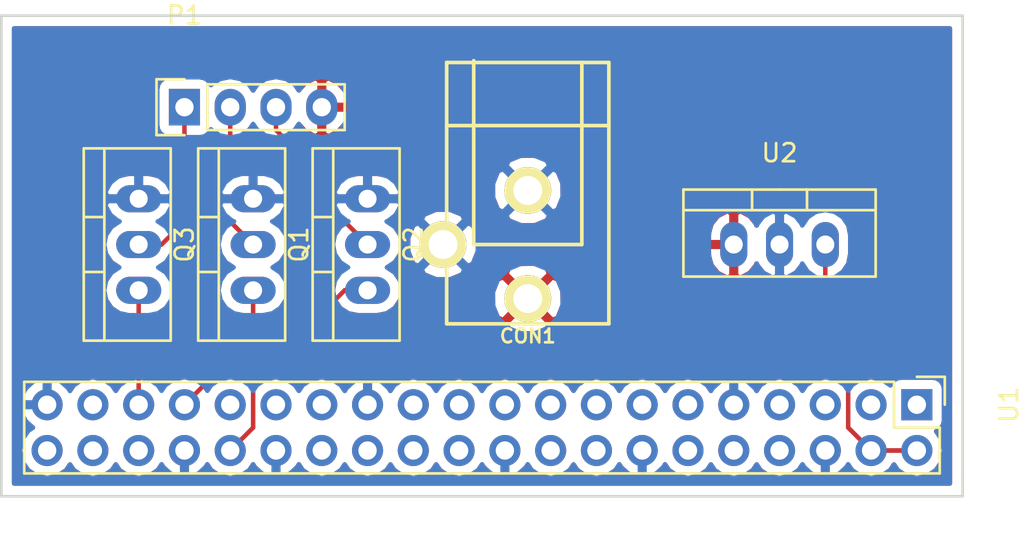
<source format=kicad_pcb>
(kicad_pcb (version 4) (host pcbnew 4.0.5+dfsg1-4)

  (general
    (links 23)
    (no_connects 0)
    (area 146.325 91.364999 203.275001 118.185001)
    (thickness 1.6)
    (drawings 5)
    (tracks 24)
    (zones 0)
    (modules 7)
    (nets 37)
  )

  (page A4)
  (layers
    (0 F.Cu signal)
    (31 B.Cu signal)
    (32 B.Adhes user)
    (33 F.Adhes user)
    (34 B.Paste user)
    (35 F.Paste user)
    (36 B.SilkS user)
    (37 F.SilkS user)
    (38 B.Mask user)
    (39 F.Mask user)
    (40 Dwgs.User user)
    (41 Cmts.User user)
    (42 Eco1.User user)
    (43 Eco2.User user)
    (44 Edge.Cuts user)
    (45 Margin user)
    (46 B.CrtYd user)
    (47 F.CrtYd user)
    (48 B.Fab user)
    (49 F.Fab user)
  )

  (setup
    (last_trace_width 0.25)
    (trace_clearance 0.2)
    (zone_clearance 0.508)
    (zone_45_only no)
    (trace_min 0.2)
    (segment_width 0.2)
    (edge_width 0.15)
    (via_size 0.6)
    (via_drill 0.4)
    (via_min_size 0.4)
    (via_min_drill 0.3)
    (uvia_size 0.3)
    (uvia_drill 0.1)
    (uvias_allowed no)
    (uvia_min_size 0.2)
    (uvia_min_drill 0.1)
    (pcb_text_width 0.3)
    (pcb_text_size 1.5 1.5)
    (mod_edge_width 0.15)
    (mod_text_size 1 1)
    (mod_text_width 0.15)
    (pad_size 1.524 1.524)
    (pad_drill 0.762)
    (pad_to_mask_clearance 0.2)
    (aux_axis_origin 0 0)
    (visible_elements FFFFFF7F)
    (pcbplotparams
      (layerselection 0x00030_80000001)
      (usegerberextensions false)
      (excludeedgelayer true)
      (linewidth 0.100000)
      (plotframeref false)
      (viasonmask false)
      (mode 1)
      (useauxorigin false)
      (hpglpennumber 1)
      (hpglpenspeed 20)
      (hpglpendiameter 15)
      (hpglpenoverlay 2)
      (psnegative false)
      (psa4output false)
      (plotreference true)
      (plotvalue true)
      (plotinvisibletext false)
      (padsonsilk false)
      (subtractmaskfromsilk false)
      (outputformat 1)
      (mirror false)
      (drillshape 1)
      (scaleselection 1)
      (outputdirectory ""))
  )

  (net 0 "")
  (net 1 "Net-(Q1-Pad1)")
  (net 2 "Net-(P1-Pad3)")
  (net 3 "Net-(Q2-Pad1)")
  (net 4 "Net-(P1-Pad2)")
  (net 5 "Net-(Q3-Pad1)")
  (net 6 "Net-(P1-Pad1)")
  (net 7 "Net-(U1-Pad1)")
  (net 8 +5V)
  (net 9 "Net-(U1-Pad3)")
  (net 10 "Net-(U1-Pad5)")
  (net 11 "Net-(U1-Pad7)")
  (net 12 "Net-(U1-Pad8)")
  (net 13 "Net-(U1-Pad10)")
  (net 14 "Net-(U1-Pad11)")
  (net 15 "Net-(U1-Pad12)")
  (net 16 "Net-(U1-Pad13)")
  (net 17 "Net-(U1-Pad15)")
  (net 18 "Net-(U1-Pad16)")
  (net 19 "Net-(U1-Pad17)")
  (net 20 "Net-(U1-Pad18)")
  (net 21 "Net-(U1-Pad19)")
  (net 22 "Net-(U1-Pad21)")
  (net 23 "Net-(U1-Pad22)")
  (net 24 "Net-(U1-Pad23)")
  (net 25 "Net-(U1-Pad24)")
  (net 26 "Net-(U1-Pad26)")
  (net 27 "Net-(U1-Pad27)")
  (net 28 "Net-(U1-Pad28)")
  (net 29 "Net-(U1-Pad29)")
  (net 30 "Net-(U1-Pad31)")
  (net 31 GND)
  (net 32 "Net-(U1-Pad36)")
  (net 33 "Net-(U1-Pad37)")
  (net 34 "Net-(U1-Pad38)")
  (net 35 "Net-(U1-Pad40)")
  (net 36 +12V)

  (net_class Default "This is the default net class."
    (clearance 0.2)
    (trace_width 0.25)
    (via_dia 0.6)
    (via_drill 0.4)
    (uvia_dia 0.3)
    (uvia_drill 0.1)
    (add_net +12V)
    (add_net +5V)
    (add_net GND)
    (add_net "Net-(P1-Pad1)")
    (add_net "Net-(P1-Pad2)")
    (add_net "Net-(P1-Pad3)")
    (add_net "Net-(Q1-Pad1)")
    (add_net "Net-(Q2-Pad1)")
    (add_net "Net-(Q3-Pad1)")
    (add_net "Net-(U1-Pad1)")
    (add_net "Net-(U1-Pad10)")
    (add_net "Net-(U1-Pad11)")
    (add_net "Net-(U1-Pad12)")
    (add_net "Net-(U1-Pad13)")
    (add_net "Net-(U1-Pad15)")
    (add_net "Net-(U1-Pad16)")
    (add_net "Net-(U1-Pad17)")
    (add_net "Net-(U1-Pad18)")
    (add_net "Net-(U1-Pad19)")
    (add_net "Net-(U1-Pad21)")
    (add_net "Net-(U1-Pad22)")
    (add_net "Net-(U1-Pad23)")
    (add_net "Net-(U1-Pad24)")
    (add_net "Net-(U1-Pad26)")
    (add_net "Net-(U1-Pad27)")
    (add_net "Net-(U1-Pad28)")
    (add_net "Net-(U1-Pad29)")
    (add_net "Net-(U1-Pad3)")
    (add_net "Net-(U1-Pad31)")
    (add_net "Net-(U1-Pad36)")
    (add_net "Net-(U1-Pad37)")
    (add_net "Net-(U1-Pad38)")
    (add_net "Net-(U1-Pad40)")
    (add_net "Net-(U1-Pad5)")
    (add_net "Net-(U1-Pad7)")
    (add_net "Net-(U1-Pad8)")
  )

  (module TO_SOT_Packages_THT:TO-220_Neutral123_Vertical (layer F.Cu) (tedit 5987B2A1) (tstamp 59904200)
    (at 170.18 104.14 90)
    (descr "TO-220, Neutral, Vertical,")
    (tags "TO-220, Neutral, Vertical,")
    (path /598795E6)
    (fp_text reference Q2 (at 0 2.54 90) (layer F.SilkS)
      (effects (font (size 1 1) (thickness 0.15)))
    )
    (fp_text value IRLB8721PBF (at 0 -3.81 90) (layer F.Fab)
      (effects (font (size 1 1) (thickness 0.15)))
    )
    (fp_line (start -1.524 -3.048) (end -1.524 -1.905) (layer F.SilkS) (width 0.15))
    (fp_line (start 1.524 -3.048) (end 1.524 -1.905) (layer F.SilkS) (width 0.15))
    (fp_line (start 5.334 -1.905) (end 5.334 1.778) (layer F.SilkS) (width 0.15))
    (fp_line (start 5.334 1.778) (end -5.334 1.778) (layer F.SilkS) (width 0.15))
    (fp_line (start -5.334 1.778) (end -5.334 -1.905) (layer F.SilkS) (width 0.15))
    (fp_line (start 5.334 -3.048) (end 5.334 -1.905) (layer F.SilkS) (width 0.15))
    (fp_line (start 5.334 -1.905) (end -5.334 -1.905) (layer F.SilkS) (width 0.15))
    (fp_line (start -5.334 -1.905) (end -5.334 -3.048) (layer F.SilkS) (width 0.15))
    (fp_line (start 0 -3.048) (end -5.334 -3.048) (layer F.SilkS) (width 0.15))
    (fp_line (start 0 -3.048) (end 5.334 -3.048) (layer F.SilkS) (width 0.15))
    (pad 2 thru_hole oval (at 0 0 180) (size 2.49936 1.50114) (drill 1.00076) (layers *.Cu *.Mask)
      (net 2 "Net-(P1-Pad3)"))
    (pad 1 thru_hole oval (at -2.54 0 180) (size 2.49936 1.50114) (drill 1.00076) (layers *.Cu *.Mask)
      (net 3 "Net-(Q2-Pad1)"))
    (pad 3 thru_hole oval (at 2.54 0 180) (size 2.49936 1.50114) (drill 1.00076) (layers *.Cu *.Mask)
      (net 31 GND))
    (model TO_SOT_Packages_THT.3dshapes/TO-220_Neutral123_Vertical.wrl
      (at (xyz 0 0 0))
      (scale (xyz 0.3937 0.3937 0.3937))
      (rotate (xyz 0 0 0))
    )
  )

  (module libraries:CUI-PJ-102A_dc-barrel-jack (layer F.Cu) (tedit 0) (tstamp 598CC514)
    (at 179.07 104.14)
    (path /59879436)
    (fp_text reference CON1 (at 0 5.08) (layer F.SilkS)
      (effects (font (size 0.762 0.762) (thickness 0.1524)))
    )
    (fp_text value BARREL_JACK (at 0 0) (layer F.SilkS) hide
      (effects (font (size 0.762 0.762) (thickness 0.1524)))
    )
    (fp_line (start 3 -10.1) (end 3 0) (layer F.SilkS) (width 0.2032))
    (fp_line (start 3 0) (end -3 0) (layer F.SilkS) (width 0.2032))
    (fp_line (start -3 0) (end -3 -10.2) (layer F.SilkS) (width 0.2032))
    (fp_line (start -4.5 -6.6) (end 4.5 -6.6) (layer F.SilkS) (width 0.2032))
    (fp_line (start -4.5 4.4) (end 4.5 4.4) (layer F.SilkS) (width 0.2032))
    (fp_line (start 4.5 4.4) (end 4.5 -10.1) (layer F.SilkS) (width 0.2032))
    (fp_line (start 4.5 -10.1) (end -4.5 -10.1) (layer F.SilkS) (width 0.2032))
    (fp_line (start -4.5 -10.1) (end -4.5 4.4) (layer F.SilkS) (width 0.2032))
    (pad 1 thru_hole circle (at 0 3) (size 2.6 2.6) (drill 1.6) (layers *.Cu *.Mask F.SilkS)
      (net 36 +12V))
    (pad 2 thru_hole circle (at 0 -3) (size 2.6 2.6) (drill 1.6) (layers *.Cu *.Mask F.SilkS)
      (net 31 GND))
    (pad 2 thru_hole circle (at -4.7 0) (size 2.6 2.6) (drill 1.6) (layers *.Cu *.Mask F.SilkS)
      (net 31 GND))
  )

  (module Pin_Headers:Pin_Header_Straight_2x20 (layer F.Cu) (tedit 5987B287) (tstamp 598CC590)
    (at 200.66 113.03 270)
    (descr "Through hole pin header")
    (tags "pin header")
    (path /598790F2)
    (fp_text reference U1 (at 0 -5.1 270) (layer F.SilkS)
      (effects (font (size 1 1) (thickness 0.15)))
    )
    (fp_text value Raspberry_Pi_2_3 (at 6.35 5.08 360) (layer F.Fab)
      (effects (font (size 1 1) (thickness 0.15)))
    )
    (fp_line (start -1.75 -1.75) (end -1.75 50.05) (layer F.CrtYd) (width 0.05))
    (fp_line (start 4.3 -1.75) (end 4.3 50.05) (layer F.CrtYd) (width 0.05))
    (fp_line (start -1.75 -1.75) (end 4.3 -1.75) (layer F.CrtYd) (width 0.05))
    (fp_line (start -1.75 50.05) (end 4.3 50.05) (layer F.CrtYd) (width 0.05))
    (fp_line (start 3.81 49.53) (end 3.81 -1.27) (layer F.SilkS) (width 0.15))
    (fp_line (start -1.27 1.27) (end -1.27 49.53) (layer F.SilkS) (width 0.15))
    (fp_line (start 3.81 49.53) (end -1.27 49.53) (layer F.SilkS) (width 0.15))
    (fp_line (start 3.81 -1.27) (end 1.27 -1.27) (layer F.SilkS) (width 0.15))
    (fp_line (start 0 -1.55) (end -1.55 -1.55) (layer F.SilkS) (width 0.15))
    (fp_line (start 1.27 -1.27) (end 1.27 1.27) (layer F.SilkS) (width 0.15))
    (fp_line (start 1.27 1.27) (end -1.27 1.27) (layer F.SilkS) (width 0.15))
    (fp_line (start -1.55 -1.55) (end -1.55 0) (layer F.SilkS) (width 0.15))
    (pad 1 thru_hole rect (at 0 0 270) (size 1.7272 1.7272) (drill 1.016) (layers *.Cu *.Mask)
      (net 7 "Net-(U1-Pad1)"))
    (pad 2 thru_hole oval (at 2.54 0 270) (size 1.7272 1.7272) (drill 1.016) (layers *.Cu *.Mask)
      (net 8 +5V))
    (pad 3 thru_hole oval (at 0 2.54 270) (size 1.7272 1.7272) (drill 1.016) (layers *.Cu *.Mask)
      (net 9 "Net-(U1-Pad3)"))
    (pad 4 thru_hole oval (at 2.54 2.54 270) (size 1.7272 1.7272) (drill 1.016) (layers *.Cu *.Mask)
      (net 8 +5V))
    (pad 5 thru_hole oval (at 0 5.08 270) (size 1.7272 1.7272) (drill 1.016) (layers *.Cu *.Mask)
      (net 10 "Net-(U1-Pad5)"))
    (pad 6 thru_hole oval (at 2.54 5.08 270) (size 1.7272 1.7272) (drill 1.016) (layers *.Cu *.Mask)
      (net 31 GND))
    (pad 7 thru_hole oval (at 0 7.62 270) (size 1.7272 1.7272) (drill 1.016) (layers *.Cu *.Mask)
      (net 11 "Net-(U1-Pad7)"))
    (pad 8 thru_hole oval (at 2.54 7.62 270) (size 1.7272 1.7272) (drill 1.016) (layers *.Cu *.Mask)
      (net 12 "Net-(U1-Pad8)"))
    (pad 9 thru_hole oval (at 0 10.16 270) (size 1.7272 1.7272) (drill 1.016) (layers *.Cu *.Mask)
      (net 31 GND))
    (pad 10 thru_hole oval (at 2.54 10.16 270) (size 1.7272 1.7272) (drill 1.016) (layers *.Cu *.Mask)
      (net 13 "Net-(U1-Pad10)"))
    (pad 11 thru_hole oval (at 0 12.7 270) (size 1.7272 1.7272) (drill 1.016) (layers *.Cu *.Mask)
      (net 14 "Net-(U1-Pad11)"))
    (pad 12 thru_hole oval (at 2.54 12.7 270) (size 1.7272 1.7272) (drill 1.016) (layers *.Cu *.Mask)
      (net 15 "Net-(U1-Pad12)"))
    (pad 13 thru_hole oval (at 0 15.24 270) (size 1.7272 1.7272) (drill 1.016) (layers *.Cu *.Mask)
      (net 16 "Net-(U1-Pad13)"))
    (pad 14 thru_hole oval (at 2.54 15.24 270) (size 1.7272 1.7272) (drill 1.016) (layers *.Cu *.Mask)
      (net 31 GND))
    (pad 15 thru_hole oval (at 0 17.78 270) (size 1.7272 1.7272) (drill 1.016) (layers *.Cu *.Mask)
      (net 17 "Net-(U1-Pad15)"))
    (pad 16 thru_hole oval (at 2.54 17.78 270) (size 1.7272 1.7272) (drill 1.016) (layers *.Cu *.Mask)
      (net 18 "Net-(U1-Pad16)"))
    (pad 17 thru_hole oval (at 0 20.32 270) (size 1.7272 1.7272) (drill 1.016) (layers *.Cu *.Mask)
      (net 19 "Net-(U1-Pad17)"))
    (pad 18 thru_hole oval (at 2.54 20.32 270) (size 1.7272 1.7272) (drill 1.016) (layers *.Cu *.Mask)
      (net 20 "Net-(U1-Pad18)"))
    (pad 19 thru_hole oval (at 0 22.86 270) (size 1.7272 1.7272) (drill 1.016) (layers *.Cu *.Mask)
      (net 21 "Net-(U1-Pad19)"))
    (pad 20 thru_hole oval (at 2.54 22.86 270) (size 1.7272 1.7272) (drill 1.016) (layers *.Cu *.Mask)
      (net 31 GND))
    (pad 21 thru_hole oval (at 0 25.4 270) (size 1.7272 1.7272) (drill 1.016) (layers *.Cu *.Mask)
      (net 22 "Net-(U1-Pad21)"))
    (pad 22 thru_hole oval (at 2.54 25.4 270) (size 1.7272 1.7272) (drill 1.016) (layers *.Cu *.Mask)
      (net 23 "Net-(U1-Pad22)"))
    (pad 23 thru_hole oval (at 0 27.94 270) (size 1.7272 1.7272) (drill 1.016) (layers *.Cu *.Mask)
      (net 24 "Net-(U1-Pad23)"))
    (pad 24 thru_hole oval (at 2.54 27.94 270) (size 1.7272 1.7272) (drill 1.016) (layers *.Cu *.Mask)
      (net 25 "Net-(U1-Pad24)"))
    (pad 25 thru_hole oval (at 0 30.48 270) (size 1.7272 1.7272) (drill 1.016) (layers *.Cu *.Mask)
      (net 31 GND))
    (pad 26 thru_hole oval (at 2.54 30.48 270) (size 1.7272 1.7272) (drill 1.016) (layers *.Cu *.Mask)
      (net 26 "Net-(U1-Pad26)"))
    (pad 27 thru_hole oval (at 0 33.02 270) (size 1.7272 1.7272) (drill 1.016) (layers *.Cu *.Mask)
      (net 27 "Net-(U1-Pad27)"))
    (pad 28 thru_hole oval (at 2.54 33.02 270) (size 1.7272 1.7272) (drill 1.016) (layers *.Cu *.Mask)
      (net 28 "Net-(U1-Pad28)"))
    (pad 29 thru_hole oval (at 0 35.56 270) (size 1.7272 1.7272) (drill 1.016) (layers *.Cu *.Mask)
      (net 29 "Net-(U1-Pad29)"))
    (pad 30 thru_hole oval (at 2.54 35.56 270) (size 1.7272 1.7272) (drill 1.016) (layers *.Cu *.Mask)
      (net 31 GND))
    (pad 31 thru_hole oval (at 0 38.1 270) (size 1.7272 1.7272) (drill 1.016) (layers *.Cu *.Mask)
      (net 30 "Net-(U1-Pad31)"))
    (pad 32 thru_hole oval (at 2.54 38.1 270) (size 1.7272 1.7272) (drill 1.016) (layers *.Cu *.Mask)
      (net 3 "Net-(Q2-Pad1)"))
    (pad 33 thru_hole oval (at 0 40.64 270) (size 1.7272 1.7272) (drill 1.016) (layers *.Cu *.Mask)
      (net 1 "Net-(Q1-Pad1)"))
    (pad 34 thru_hole oval (at 2.54 40.64 270) (size 1.7272 1.7272) (drill 1.016) (layers *.Cu *.Mask)
      (net 31 GND))
    (pad 35 thru_hole oval (at 0 43.18 270) (size 1.7272 1.7272) (drill 1.016) (layers *.Cu *.Mask)
      (net 5 "Net-(Q3-Pad1)"))
    (pad 36 thru_hole oval (at 2.54 43.18 270) (size 1.7272 1.7272) (drill 1.016) (layers *.Cu *.Mask)
      (net 32 "Net-(U1-Pad36)"))
    (pad 37 thru_hole oval (at 0 45.72 270) (size 1.7272 1.7272) (drill 1.016) (layers *.Cu *.Mask)
      (net 33 "Net-(U1-Pad37)"))
    (pad 38 thru_hole oval (at 2.54 45.72 270) (size 1.7272 1.7272) (drill 1.016) (layers *.Cu *.Mask)
      (net 34 "Net-(U1-Pad38)"))
    (pad 39 thru_hole oval (at 0 48.26 270) (size 1.7272 1.7272) (drill 1.016) (layers *.Cu *.Mask)
      (net 31 GND))
    (pad 40 thru_hole oval (at 2.54 48.26 270) (size 1.7272 1.7272) (drill 1.016) (layers *.Cu *.Mask)
      (net 35 "Net-(U1-Pad40)"))
    (model Pin_Headers.3dshapes/Pin_Header_Straight_2x20.wrl
      (at (xyz 0.05 -0.95 0))
      (scale (xyz 1 1 1))
      (rotate (xyz 0 0 90))
    )
  )

  (module Socket_Strips:Socket_Strip_Straight_1x04 (layer F.Cu) (tedit 5987B28E) (tstamp 598D1334)
    (at 160.02 96.52)
    (descr "Through hole socket strip")
    (tags "socket strip")
    (path /5987965C)
    (fp_text reference P1 (at 0 -5.1) (layer F.SilkS)
      (effects (font (size 1 1) (thickness 0.15)))
    )
    (fp_text value CONN_01X04 (at 3.81 -2.54) (layer F.Fab)
      (effects (font (size 1 1) (thickness 0.15)))
    )
    (fp_line (start -1.75 -1.75) (end -1.75 1.75) (layer F.CrtYd) (width 0.05))
    (fp_line (start 9.4 -1.75) (end 9.4 1.75) (layer F.CrtYd) (width 0.05))
    (fp_line (start -1.75 -1.75) (end 9.4 -1.75) (layer F.CrtYd) (width 0.05))
    (fp_line (start -1.75 1.75) (end 9.4 1.75) (layer F.CrtYd) (width 0.05))
    (fp_line (start 1.27 -1.27) (end 8.89 -1.27) (layer F.SilkS) (width 0.15))
    (fp_line (start 1.27 1.27) (end 8.89 1.27) (layer F.SilkS) (width 0.15))
    (fp_line (start -1.55 1.55) (end 0 1.55) (layer F.SilkS) (width 0.15))
    (fp_line (start 8.89 -1.27) (end 8.89 1.27) (layer F.SilkS) (width 0.15))
    (fp_line (start 1.27 1.27) (end 1.27 -1.27) (layer F.SilkS) (width 0.15))
    (fp_line (start 0 -1.55) (end -1.55 -1.55) (layer F.SilkS) (width 0.15))
    (fp_line (start -1.55 -1.55) (end -1.55 1.55) (layer F.SilkS) (width 0.15))
    (pad 1 thru_hole rect (at 0 0) (size 1.7272 2.032) (drill 1.016) (layers *.Cu *.Mask)
      (net 6 "Net-(P1-Pad1)"))
    (pad 2 thru_hole oval (at 2.54 0) (size 1.7272 2.032) (drill 1.016) (layers *.Cu *.Mask)
      (net 4 "Net-(P1-Pad2)"))
    (pad 3 thru_hole oval (at 5.08 0) (size 1.7272 2.032) (drill 1.016) (layers *.Cu *.Mask)
      (net 2 "Net-(P1-Pad3)"))
    (pad 4 thru_hole oval (at 7.62 0) (size 1.7272 2.032) (drill 1.016) (layers *.Cu *.Mask)
      (net 36 +12V))
    (model Socket_Strips.3dshapes/Socket_Strip_Straight_1x04.wrl
      (at (xyz 0.15 0 0))
      (scale (xyz 1 1 1))
      (rotate (xyz 0 0 180))
    )
  )

  (module TO_SOT_Packages_THT:TO-220_Neutral123_Vertical (layer F.Cu) (tedit 0) (tstamp 59902FBF)
    (at 193.04 104.14)
    (descr "TO-220, Neutral, Vertical,")
    (tags "TO-220, Neutral, Vertical,")
    (path /5987C930)
    (fp_text reference U2 (at 0 -5.08) (layer F.SilkS)
      (effects (font (size 1 1) (thickness 0.15)))
    )
    (fp_text value LM7805CT (at 0 3.81) (layer F.Fab)
      (effects (font (size 1 1) (thickness 0.15)))
    )
    (fp_line (start -1.524 -3.048) (end -1.524 -1.905) (layer F.SilkS) (width 0.15))
    (fp_line (start 1.524 -3.048) (end 1.524 -1.905) (layer F.SilkS) (width 0.15))
    (fp_line (start 5.334 -1.905) (end 5.334 1.778) (layer F.SilkS) (width 0.15))
    (fp_line (start 5.334 1.778) (end -5.334 1.778) (layer F.SilkS) (width 0.15))
    (fp_line (start -5.334 1.778) (end -5.334 -1.905) (layer F.SilkS) (width 0.15))
    (fp_line (start 5.334 -3.048) (end 5.334 -1.905) (layer F.SilkS) (width 0.15))
    (fp_line (start 5.334 -1.905) (end -5.334 -1.905) (layer F.SilkS) (width 0.15))
    (fp_line (start -5.334 -1.905) (end -5.334 -3.048) (layer F.SilkS) (width 0.15))
    (fp_line (start 0 -3.048) (end -5.334 -3.048) (layer F.SilkS) (width 0.15))
    (fp_line (start 0 -3.048) (end 5.334 -3.048) (layer F.SilkS) (width 0.15))
    (pad 2 thru_hole oval (at 0 0 90) (size 2.49936 1.50114) (drill 1.00076) (layers *.Cu *.Mask)
      (net 31 GND))
    (pad 1 thru_hole oval (at -2.54 0 90) (size 2.49936 1.50114) (drill 1.00076) (layers *.Cu *.Mask)
      (net 36 +12V))
    (pad 3 thru_hole oval (at 2.54 0 90) (size 2.49936 1.50114) (drill 1.00076) (layers *.Cu *.Mask)
      (net 8 +5V))
    (model TO_SOT_Packages_THT.3dshapes/TO-220_Neutral123_Vertical.wrl
      (at (xyz 0 0 0))
      (scale (xyz 0.3937 0.3937 0.3937))
      (rotate (xyz 0 0 0))
    )
  )

  (module TO_SOT_Packages_THT:TO-220_Neutral123_Vertical (layer F.Cu) (tedit 5987B29F) (tstamp 599041EF)
    (at 163.83 104.14 90)
    (descr "TO-220, Neutral, Vertical,")
    (tags "TO-220, Neutral, Vertical,")
    (path /59879389)
    (fp_text reference Q1 (at 0 2.54 90) (layer F.SilkS)
      (effects (font (size 1 1) (thickness 0.15)))
    )
    (fp_text value IRLB8721PBF (at 0 -3.81 90) (layer F.Fab)
      (effects (font (size 1 1) (thickness 0.15)))
    )
    (fp_line (start -1.524 -3.048) (end -1.524 -1.905) (layer F.SilkS) (width 0.15))
    (fp_line (start 1.524 -3.048) (end 1.524 -1.905) (layer F.SilkS) (width 0.15))
    (fp_line (start 5.334 -1.905) (end 5.334 1.778) (layer F.SilkS) (width 0.15))
    (fp_line (start 5.334 1.778) (end -5.334 1.778) (layer F.SilkS) (width 0.15))
    (fp_line (start -5.334 1.778) (end -5.334 -1.905) (layer F.SilkS) (width 0.15))
    (fp_line (start 5.334 -3.048) (end 5.334 -1.905) (layer F.SilkS) (width 0.15))
    (fp_line (start 5.334 -1.905) (end -5.334 -1.905) (layer F.SilkS) (width 0.15))
    (fp_line (start -5.334 -1.905) (end -5.334 -3.048) (layer F.SilkS) (width 0.15))
    (fp_line (start 0 -3.048) (end -5.334 -3.048) (layer F.SilkS) (width 0.15))
    (fp_line (start 0 -3.048) (end 5.334 -3.048) (layer F.SilkS) (width 0.15))
    (pad 2 thru_hole oval (at 0 0 180) (size 2.49936 1.50114) (drill 1.00076) (layers *.Cu *.Mask)
      (net 4 "Net-(P1-Pad2)"))
    (pad 1 thru_hole oval (at -2.54 0 180) (size 2.49936 1.50114) (drill 1.00076) (layers *.Cu *.Mask)
      (net 1 "Net-(Q1-Pad1)"))
    (pad 3 thru_hole oval (at 2.54 0 180) (size 2.49936 1.50114) (drill 1.00076) (layers *.Cu *.Mask)
      (net 31 GND))
    (model TO_SOT_Packages_THT.3dshapes/TO-220_Neutral123_Vertical.wrl
      (at (xyz 0 0 0))
      (scale (xyz 0.3937 0.3937 0.3937))
      (rotate (xyz 0 0 0))
    )
  )

  (module TO_SOT_Packages_THT:TO-220_Neutral123_Vertical (layer F.Cu) (tedit 5987B2A4) (tstamp 59904211)
    (at 157.48 104.14 90)
    (descr "TO-220, Neutral, Vertical,")
    (tags "TO-220, Neutral, Vertical,")
    (path /598795B5)
    (fp_text reference Q3 (at 0 2.54 90) (layer F.SilkS)
      (effects (font (size 1 1) (thickness 0.15)))
    )
    (fp_text value IRLB8721PBF (at 0 -3.81 90) (layer F.Fab)
      (effects (font (size 1 1) (thickness 0.15)))
    )
    (fp_line (start -1.524 -3.048) (end -1.524 -1.905) (layer F.SilkS) (width 0.15))
    (fp_line (start 1.524 -3.048) (end 1.524 -1.905) (layer F.SilkS) (width 0.15))
    (fp_line (start 5.334 -1.905) (end 5.334 1.778) (layer F.SilkS) (width 0.15))
    (fp_line (start 5.334 1.778) (end -5.334 1.778) (layer F.SilkS) (width 0.15))
    (fp_line (start -5.334 1.778) (end -5.334 -1.905) (layer F.SilkS) (width 0.15))
    (fp_line (start 5.334 -3.048) (end 5.334 -1.905) (layer F.SilkS) (width 0.15))
    (fp_line (start 5.334 -1.905) (end -5.334 -1.905) (layer F.SilkS) (width 0.15))
    (fp_line (start -5.334 -1.905) (end -5.334 -3.048) (layer F.SilkS) (width 0.15))
    (fp_line (start 0 -3.048) (end -5.334 -3.048) (layer F.SilkS) (width 0.15))
    (fp_line (start 0 -3.048) (end 5.334 -3.048) (layer F.SilkS) (width 0.15))
    (pad 2 thru_hole oval (at 0 0 180) (size 2.49936 1.50114) (drill 1.00076) (layers *.Cu *.Mask)
      (net 6 "Net-(P1-Pad1)"))
    (pad 1 thru_hole oval (at -2.54 0 180) (size 2.49936 1.50114) (drill 1.00076) (layers *.Cu *.Mask)
      (net 5 "Net-(Q3-Pad1)"))
    (pad 3 thru_hole oval (at 2.54 0 180) (size 2.49936 1.50114) (drill 1.00076) (layers *.Cu *.Mask)
      (net 31 GND))
    (model TO_SOT_Packages_THT.3dshapes/TO-220_Neutral123_Vertical.wrl
      (at (xyz 0 0 0))
      (scale (xyz 0.3937 0.3937 0.3937))
      (rotate (xyz 0 0 0))
    )
  )

  (gr_line (start 203.2 118.11) (end 203.2 116.84) (angle 90) (layer Edge.Cuts) (width 0.15))
  (gr_line (start 149.86 118.11) (end 203.2 118.11) (angle 90) (layer Edge.Cuts) (width 0.15))
  (gr_line (start 149.86 91.44) (end 149.86 118.11) (angle 90) (layer Edge.Cuts) (width 0.15))
  (gr_line (start 203.2 91.44) (end 149.86 91.44) (angle 90) (layer Edge.Cuts) (width 0.15))
  (gr_line (start 203.2 116.84) (end 203.2 91.44) (angle 90) (layer Edge.Cuts) (width 0.15))

  (segment (start 163.83 106.68) (end 163.83 109.22) (width 0.25) (layer F.Cu) (net 1))
  (segment (start 163.83 109.22) (end 160.02 113.03) (width 0.25) (layer F.Cu) (net 1) (tstamp 599610AB))
  (segment (start 165.1 96.52) (end 165.1 97.79) (width 0.25) (layer F.Cu) (net 2))
  (segment (start 167.64 101.6) (end 170.18 104.14) (width 0.25) (layer F.Cu) (net 2) (tstamp 59961098))
  (segment (start 167.64 100.33) (end 167.64 101.6) (width 0.25) (layer F.Cu) (net 2) (tstamp 59961096))
  (segment (start 165.1 97.79) (end 167.64 100.33) (width 0.25) (layer F.Cu) (net 2) (tstamp 59961094))
  (segment (start 170.18 106.68) (end 168.91 106.68) (width 0.25) (layer F.Cu) (net 3))
  (segment (start 163.83 114.3) (end 162.56 115.57) (width 0.25) (layer F.Cu) (net 3) (tstamp 599610B3))
  (segment (start 163.83 111.76) (end 163.83 114.3) (width 0.25) (layer F.Cu) (net 3) (tstamp 599610B1))
  (segment (start 168.91 106.68) (end 163.83 111.76) (width 0.25) (layer F.Cu) (net 3) (tstamp 599610AF))
  (segment (start 162.56 96.52) (end 162.56 99.06) (width 0.25) (layer F.Cu) (net 4))
  (segment (start 161.29 101.6) (end 163.83 104.14) (width 0.25) (layer F.Cu) (net 4) (tstamp 599610A0))
  (segment (start 161.29 100.33) (end 161.29 101.6) (width 0.25) (layer F.Cu) (net 4) (tstamp 5996109E))
  (segment (start 162.56 99.06) (end 161.29 100.33) (width 0.25) (layer F.Cu) (net 4) (tstamp 5996109C))
  (segment (start 157.48 106.68) (end 157.48 113.03) (width 0.25) (layer F.Cu) (net 5))
  (segment (start 160.02 96.52) (end 160.02 102.87) (width 0.25) (layer F.Cu) (net 6))
  (segment (start 158.75 104.14) (end 157.48 104.14) (width 0.25) (layer F.Cu) (net 6) (tstamp 599610A5))
  (segment (start 160.02 102.87) (end 158.75 104.14) (width 0.25) (layer F.Cu) (net 6) (tstamp 599610A4))
  (segment (start 195.58 104.14) (end 195.58 110.49) (width 0.25) (layer F.Cu) (net 8))
  (segment (start 196.85 114.3) (end 198.12 115.57) (width 0.25) (layer F.Cu) (net 8) (tstamp 5996108C))
  (segment (start 196.85 111.76) (end 196.85 114.3) (width 0.25) (layer F.Cu) (net 8) (tstamp 5996108A))
  (segment (start 195.58 110.49) (end 196.85 111.76) (width 0.25) (layer F.Cu) (net 8) (tstamp 59961088))
  (segment (start 198.12 115.57) (end 200.66 115.57) (width 0.25) (layer F.Cu) (net 8) (tstamp 5996108E))
  (segment (start 200.66 115.57) (end 198.12 115.57) (width 0.25) (layer F.Cu) (net 8) (tstamp 59961090))

  (zone (net 36) (net_name +12V) (layer F.Cu) (tstamp 5990474E) (hatch edge 0.508)
    (connect_pads (clearance 0.508))
    (min_thickness 0.254)
    (fill yes (arc_segments 16) (thermal_gap 0.508) (thermal_bridge_width 0.508))
    (polygon
      (pts
        (xy 203.2 118.11) (xy 149.86 118.11) (xy 149.86 91.44) (xy 203.2 91.44)
      )
    )
    (filled_polygon
      (pts
        (xy 202.49 117.4) (xy 150.57 117.4) (xy 150.57 113.000641) (xy 150.9014 113.000641) (xy 150.9014 113.059359)
        (xy 151.015474 113.632848) (xy 151.34033 114.119029) (xy 151.611172 114.3) (xy 151.34033 114.480971) (xy 151.015474 114.967152)
        (xy 150.9014 115.540641) (xy 150.9014 115.599359) (xy 151.015474 116.172848) (xy 151.34033 116.659029) (xy 151.826511 116.983885)
        (xy 152.4 117.097959) (xy 152.973489 116.983885) (xy 153.45967 116.659029) (xy 153.67 116.344248) (xy 153.88033 116.659029)
        (xy 154.366511 116.983885) (xy 154.94 117.097959) (xy 155.513489 116.983885) (xy 155.99967 116.659029) (xy 156.21 116.344248)
        (xy 156.42033 116.659029) (xy 156.906511 116.983885) (xy 157.48 117.097959) (xy 158.053489 116.983885) (xy 158.53967 116.659029)
        (xy 158.75 116.344248) (xy 158.96033 116.659029) (xy 159.446511 116.983885) (xy 160.02 117.097959) (xy 160.593489 116.983885)
        (xy 161.07967 116.659029) (xy 161.29 116.344248) (xy 161.50033 116.659029) (xy 161.986511 116.983885) (xy 162.56 117.097959)
        (xy 163.133489 116.983885) (xy 163.61967 116.659029) (xy 163.83 116.344248) (xy 164.04033 116.659029) (xy 164.526511 116.983885)
        (xy 165.1 117.097959) (xy 165.673489 116.983885) (xy 166.15967 116.659029) (xy 166.37 116.344248) (xy 166.58033 116.659029)
        (xy 167.066511 116.983885) (xy 167.64 117.097959) (xy 168.213489 116.983885) (xy 168.69967 116.659029) (xy 168.91 116.344248)
        (xy 169.12033 116.659029) (xy 169.606511 116.983885) (xy 170.18 117.097959) (xy 170.753489 116.983885) (xy 171.23967 116.659029)
        (xy 171.45 116.344248) (xy 171.66033 116.659029) (xy 172.146511 116.983885) (xy 172.72 117.097959) (xy 173.293489 116.983885)
        (xy 173.77967 116.659029) (xy 173.99 116.344248) (xy 174.20033 116.659029) (xy 174.686511 116.983885) (xy 175.26 117.097959)
        (xy 175.833489 116.983885) (xy 176.31967 116.659029) (xy 176.53 116.344248) (xy 176.74033 116.659029) (xy 177.226511 116.983885)
        (xy 177.8 117.097959) (xy 178.373489 116.983885) (xy 178.85967 116.659029) (xy 179.07 116.344248) (xy 179.28033 116.659029)
        (xy 179.766511 116.983885) (xy 180.34 117.097959) (xy 180.913489 116.983885) (xy 181.39967 116.659029) (xy 181.61 116.344248)
        (xy 181.82033 116.659029) (xy 182.306511 116.983885) (xy 182.88 117.097959) (xy 183.453489 116.983885) (xy 183.93967 116.659029)
        (xy 184.15 116.344248) (xy 184.36033 116.659029) (xy 184.846511 116.983885) (xy 185.42 117.097959) (xy 185.993489 116.983885)
        (xy 186.47967 116.659029) (xy 186.69 116.344248) (xy 186.90033 116.659029) (xy 187.386511 116.983885) (xy 187.96 117.097959)
        (xy 188.533489 116.983885) (xy 189.01967 116.659029) (xy 189.23 116.344248) (xy 189.44033 116.659029) (xy 189.926511 116.983885)
        (xy 190.5 117.097959) (xy 191.073489 116.983885) (xy 191.55967 116.659029) (xy 191.77 116.344248) (xy 191.98033 116.659029)
        (xy 192.466511 116.983885) (xy 193.04 117.097959) (xy 193.613489 116.983885) (xy 194.09967 116.659029) (xy 194.31 116.344248)
        (xy 194.52033 116.659029) (xy 195.006511 116.983885) (xy 195.58 117.097959) (xy 196.153489 116.983885) (xy 196.63967 116.659029)
        (xy 196.85 116.344248) (xy 197.06033 116.659029) (xy 197.546511 116.983885) (xy 198.12 117.097959) (xy 198.693489 116.983885)
        (xy 199.17967 116.659029) (xy 199.39 116.344248) (xy 199.60033 116.659029) (xy 200.086511 116.983885) (xy 200.66 117.097959)
        (xy 201.233489 116.983885) (xy 201.71967 116.659029) (xy 202.044526 116.172848) (xy 202.1586 115.599359) (xy 202.1586 115.540641)
        (xy 202.044526 114.967152) (xy 201.733426 114.501558) (xy 201.758917 114.496762) (xy 201.975041 114.35769) (xy 202.120031 114.14549)
        (xy 202.17104 113.8936) (xy 202.17104 112.1664) (xy 202.126762 111.931083) (xy 201.98769 111.714959) (xy 201.77549 111.569969)
        (xy 201.5236 111.51896) (xy 199.7964 111.51896) (xy 199.561083 111.563238) (xy 199.344959 111.70231) (xy 199.199969 111.91451)
        (xy 199.191136 111.958131) (xy 199.17967 111.940971) (xy 198.693489 111.616115) (xy 198.12 111.502041) (xy 197.580052 111.609443)
        (xy 197.552148 111.469161) (xy 197.552148 111.46916) (xy 197.387401 111.222599) (xy 196.34 110.175198) (xy 196.34 105.802609)
        (xy 196.559746 105.655779) (xy 196.8601 105.206268) (xy 196.96557 104.676033) (xy 196.96557 103.603967) (xy 196.8601 103.073732)
        (xy 196.559746 102.624221) (xy 196.110235 102.323867) (xy 195.58 102.218397) (xy 195.049765 102.323867) (xy 194.600254 102.624221)
        (xy 194.31 103.058616) (xy 194.019746 102.624221) (xy 193.570235 102.323867) (xy 193.04 102.218397) (xy 192.509765 102.323867)
        (xy 192.060254 102.624221) (xy 191.7599 103.073732) (xy 191.75805 103.083032) (xy 191.731499 102.993323) (xy 191.389944 102.571342)
        (xy 190.912903 102.31219) (xy 190.841275 102.298007) (xy 190.627 102.420661) (xy 190.627 104.013) (xy 190.647 104.013)
        (xy 190.647 104.267) (xy 190.627 104.267) (xy 190.627 105.859339) (xy 190.841275 105.981993) (xy 190.912903 105.96781)
        (xy 191.389944 105.708658) (xy 191.731499 105.286677) (xy 191.75805 105.196968) (xy 191.7599 105.206268) (xy 192.060254 105.655779)
        (xy 192.509765 105.956133) (xy 193.04 106.061603) (xy 193.570235 105.956133) (xy 194.019746 105.655779) (xy 194.31 105.221384)
        (xy 194.600254 105.655779) (xy 194.82 105.802609) (xy 194.82 110.49) (xy 194.877852 110.780839) (xy 195.042599 111.027401)
        (xy 195.527652 111.512454) (xy 195.006511 111.616115) (xy 194.52033 111.940971) (xy 194.31 112.255752) (xy 194.09967 111.940971)
        (xy 193.613489 111.616115) (xy 193.04 111.502041) (xy 192.466511 111.616115) (xy 191.98033 111.940971) (xy 191.77 112.255752)
        (xy 191.55967 111.940971) (xy 191.073489 111.616115) (xy 190.5 111.502041) (xy 189.926511 111.616115) (xy 189.44033 111.940971)
        (xy 189.23 112.255752) (xy 189.01967 111.940971) (xy 188.533489 111.616115) (xy 187.96 111.502041) (xy 187.386511 111.616115)
        (xy 186.90033 111.940971) (xy 186.69 112.255752) (xy 186.47967 111.940971) (xy 185.993489 111.616115) (xy 185.42 111.502041)
        (xy 184.846511 111.616115) (xy 184.36033 111.940971) (xy 184.15 112.255752) (xy 183.93967 111.940971) (xy 183.453489 111.616115)
        (xy 182.88 111.502041) (xy 182.306511 111.616115) (xy 181.82033 111.940971) (xy 181.61 112.255752) (xy 181.39967 111.940971)
        (xy 180.913489 111.616115) (xy 180.34 111.502041) (xy 179.766511 111.616115) (xy 179.28033 111.940971) (xy 179.07 112.255752)
        (xy 178.85967 111.940971) (xy 178.373489 111.616115) (xy 177.8 111.502041) (xy 177.226511 111.616115) (xy 176.74033 111.940971)
        (xy 176.53 112.255752) (xy 176.31967 111.940971) (xy 175.833489 111.616115) (xy 175.26 111.502041) (xy 174.686511 111.616115)
        (xy 174.20033 111.940971) (xy 173.99 112.255752) (xy 173.77967 111.940971) (xy 173.293489 111.616115) (xy 172.72 111.502041)
        (xy 172.146511 111.616115) (xy 171.66033 111.940971) (xy 171.45 112.255752) (xy 171.23967 111.940971) (xy 170.753489 111.616115)
        (xy 170.18 111.502041) (xy 169.606511 111.616115) (xy 169.12033 111.940971) (xy 168.91 112.255752) (xy 168.69967 111.940971)
        (xy 168.213489 111.616115) (xy 167.64 111.502041) (xy 167.066511 111.616115) (xy 166.58033 111.940971) (xy 166.37 112.255752)
        (xy 166.15967 111.940971) (xy 165.673489 111.616115) (xy 165.152348 111.512454) (xy 168.155343 108.509459) (xy 177.880146 108.509459)
        (xy 178.015504 108.807455) (xy 178.73388 109.084066) (xy 179.503427 109.06471) (xy 180.124496 108.807455) (xy 180.259854 108.509459)
        (xy 179.07 107.319605) (xy 177.880146 108.509459) (xy 168.155343 108.509459) (xy 168.868537 107.796265) (xy 169.113732 107.9601)
        (xy 169.643967 108.06557) (xy 170.716033 108.06557) (xy 171.246268 107.9601) (xy 171.695779 107.659746) (xy 171.996133 107.210235)
        (xy 172.076961 106.80388) (xy 177.125934 106.80388) (xy 177.14529 107.573427) (xy 177.402545 108.194496) (xy 177.700541 108.329854)
        (xy 178.890395 107.14) (xy 179.249605 107.14) (xy 180.439459 108.329854) (xy 180.737455 108.194496) (xy 181.014066 107.47612)
        (xy 180.99471 106.706573) (xy 180.737455 106.085504) (xy 180.439459 105.950146) (xy 179.249605 107.14) (xy 178.890395 107.14)
        (xy 177.700541 105.950146) (xy 177.402545 106.085504) (xy 177.125934 106.80388) (xy 172.076961 106.80388) (xy 172.101603 106.68)
        (xy 171.996133 106.149765) (xy 171.695779 105.700254) (xy 171.261384 105.41) (xy 171.695779 105.119746) (xy 171.996133 104.670235)
        (xy 172.025378 104.523207) (xy 172.434665 104.523207) (xy 172.72863 105.234658) (xy 173.272479 105.779457) (xy 173.983416 106.074663)
        (xy 174.753207 106.075335) (xy 175.464658 105.78137) (xy 175.475505 105.770541) (xy 177.880146 105.770541) (xy 179.07 106.960395)
        (xy 180.259854 105.770541) (xy 180.124496 105.472545) (xy 179.40612 105.195934) (xy 178.636573 105.21529) (xy 178.015504 105.472545)
        (xy 177.880146 105.770541) (xy 175.475505 105.770541) (xy 176.009457 105.237521) (xy 176.304663 104.526584) (xy 176.304889 104.267)
        (xy 189.11443 104.267) (xy 189.11443 104.76611) (xy 189.268501 105.286677) (xy 189.610056 105.708658) (xy 190.087097 105.96781)
        (xy 190.158725 105.981993) (xy 190.373 105.859339) (xy 190.373 104.267) (xy 189.11443 104.267) (xy 176.304889 104.267)
        (xy 176.305335 103.756793) (xy 176.20497 103.51389) (xy 189.11443 103.51389) (xy 189.11443 104.013) (xy 190.373 104.013)
        (xy 190.373 102.420661) (xy 190.158725 102.298007) (xy 190.087097 102.31219) (xy 189.610056 102.571342) (xy 189.268501 102.993323)
        (xy 189.11443 103.51389) (xy 176.20497 103.51389) (xy 176.01137 103.045342) (xy 175.467521 102.500543) (xy 174.756584 102.205337)
        (xy 173.986793 102.204665) (xy 173.275342 102.49863) (xy 172.730543 103.042479) (xy 172.435337 103.753416) (xy 172.434665 104.523207)
        (xy 172.025378 104.523207) (xy 172.101603 104.14) (xy 171.996133 103.609765) (xy 171.695779 103.160254) (xy 171.261384 102.87)
        (xy 171.695779 102.579746) (xy 171.996133 102.130235) (xy 172.101603 101.6) (xy 172.086328 101.523207) (xy 177.134665 101.523207)
        (xy 177.42863 102.234658) (xy 177.972479 102.779457) (xy 178.683416 103.074663) (xy 179.453207 103.075335) (xy 180.164658 102.78137)
        (xy 180.709457 102.237521) (xy 181.004663 101.526584) (xy 181.005335 100.756793) (xy 180.71137 100.045342) (xy 180.167521 99.500543)
        (xy 179.456584 99.205337) (xy 178.686793 99.204665) (xy 177.975342 99.49863) (xy 177.430543 100.042479) (xy 177.135337 100.753416)
        (xy 177.134665 101.523207) (xy 172.086328 101.523207) (xy 171.996133 101.069765) (xy 171.695779 100.620254) (xy 171.246268 100.3199)
        (xy 170.716033 100.21443) (xy 169.643967 100.21443) (xy 169.113732 100.3199) (xy 168.664221 100.620254) (xy 168.4 101.015688)
        (xy 168.4 100.33) (xy 168.351746 100.087414) (xy 168.342148 100.03916) (xy 168.177401 99.792599) (xy 166.153404 97.768602)
        (xy 166.15967 97.764415) (xy 166.366461 97.454931) (xy 166.737964 97.870732) (xy 167.265209 98.124709) (xy 167.280974 98.127358)
        (xy 167.513 98.006217) (xy 167.513 96.647) (xy 167.767 96.647) (xy 167.767 98.006217) (xy 167.999026 98.127358)
        (xy 168.014791 98.124709) (xy 168.542036 97.870732) (xy 168.931954 97.43432) (xy 169.125184 96.881913) (xy 168.980924 96.647)
        (xy 167.767 96.647) (xy 167.513 96.647) (xy 167.493 96.647) (xy 167.493 96.393) (xy 167.513 96.393)
        (xy 167.513 95.033783) (xy 167.767 95.033783) (xy 167.767 96.393) (xy 168.980924 96.393) (xy 169.125184 96.158087)
        (xy 168.931954 95.60568) (xy 168.542036 95.169268) (xy 168.014791 94.915291) (xy 167.999026 94.912642) (xy 167.767 95.033783)
        (xy 167.513 95.033783) (xy 167.280974 94.912642) (xy 167.265209 94.915291) (xy 166.737964 95.169268) (xy 166.366461 95.585069)
        (xy 166.15967 95.275585) (xy 165.673489 94.950729) (xy 165.1 94.836655) (xy 164.526511 94.950729) (xy 164.04033 95.275585)
        (xy 163.83 95.590366) (xy 163.61967 95.275585) (xy 163.133489 94.950729) (xy 162.56 94.836655) (xy 161.986511 94.950729)
        (xy 161.50033 95.275585) (xy 161.490757 95.289913) (xy 161.486762 95.268683) (xy 161.34769 95.052559) (xy 161.13549 94.907569)
        (xy 160.8836 94.85656) (xy 159.1564 94.85656) (xy 158.921083 94.900838) (xy 158.704959 95.03991) (xy 158.559969 95.25211)
        (xy 158.50896 95.504) (xy 158.50896 97.536) (xy 158.553238 97.771317) (xy 158.69231 97.987441) (xy 158.90451 98.132431)
        (xy 159.1564 98.18344) (xy 159.26 98.18344) (xy 159.26 101.015688) (xy 158.995779 100.620254) (xy 158.546268 100.3199)
        (xy 158.016033 100.21443) (xy 156.943967 100.21443) (xy 156.413732 100.3199) (xy 155.964221 100.620254) (xy 155.663867 101.069765)
        (xy 155.558397 101.6) (xy 155.663867 102.130235) (xy 155.964221 102.579746) (xy 156.398616 102.87) (xy 155.964221 103.160254)
        (xy 155.663867 103.609765) (xy 155.558397 104.14) (xy 155.663867 104.670235) (xy 155.964221 105.119746) (xy 156.398616 105.41)
        (xy 155.964221 105.700254) (xy 155.663867 106.149765) (xy 155.558397 106.68) (xy 155.663867 107.210235) (xy 155.964221 107.659746)
        (xy 156.413732 107.9601) (xy 156.72 108.02102) (xy 156.72 111.740738) (xy 156.42033 111.940971) (xy 156.21 112.255752)
        (xy 155.99967 111.940971) (xy 155.513489 111.616115) (xy 154.94 111.502041) (xy 154.366511 111.616115) (xy 153.88033 111.940971)
        (xy 153.67 112.255752) (xy 153.45967 111.940971) (xy 152.973489 111.616115) (xy 152.4 111.502041) (xy 151.826511 111.616115)
        (xy 151.34033 111.940971) (xy 151.015474 112.427152) (xy 150.9014 113.000641) (xy 150.57 113.000641) (xy 150.57 92.15)
        (xy 202.49 92.15)
      )
    )
  )
  (zone (net 31) (net_name GND) (layer B.Cu) (tstamp 5990474F) (hatch edge 0.508)
    (connect_pads (clearance 0.508))
    (min_thickness 0.254)
    (fill yes (arc_segments 16) (thermal_gap 0.508) (thermal_bridge_width 0.508))
    (polygon
      (pts
        (xy 203.2 118.11) (xy 149.86 118.11) (xy 149.86 91.44) (xy 203.2 91.44)
      )
    )
    (filled_polygon
      (pts
        (xy 202.49 117.4) (xy 150.57 117.4) (xy 150.57 115.540641) (xy 150.9014 115.540641) (xy 150.9014 115.599359)
        (xy 151.015474 116.172848) (xy 151.34033 116.659029) (xy 151.826511 116.983885) (xy 152.4 117.097959) (xy 152.973489 116.983885)
        (xy 153.45967 116.659029) (xy 153.67 116.344248) (xy 153.88033 116.659029) (xy 154.366511 116.983885) (xy 154.94 117.097959)
        (xy 155.513489 116.983885) (xy 155.99967 116.659029) (xy 156.21 116.344248) (xy 156.42033 116.659029) (xy 156.906511 116.983885)
        (xy 157.48 117.097959) (xy 158.053489 116.983885) (xy 158.53967 116.659029) (xy 158.755664 116.335772) (xy 158.813179 116.45849)
        (xy 159.245053 116.852688) (xy 159.660974 117.024958) (xy 159.893 116.903817) (xy 159.893 115.697) (xy 159.873 115.697)
        (xy 159.873 115.443) (xy 159.893 115.443) (xy 159.893 115.423) (xy 160.147 115.423) (xy 160.147 115.443)
        (xy 160.167 115.443) (xy 160.167 115.697) (xy 160.147 115.697) (xy 160.147 116.903817) (xy 160.379026 117.024958)
        (xy 160.794947 116.852688) (xy 161.226821 116.45849) (xy 161.284336 116.335772) (xy 161.50033 116.659029) (xy 161.986511 116.983885)
        (xy 162.56 117.097959) (xy 163.133489 116.983885) (xy 163.61967 116.659029) (xy 163.835664 116.335772) (xy 163.893179 116.45849)
        (xy 164.325053 116.852688) (xy 164.740974 117.024958) (xy 164.973 116.903817) (xy 164.973 115.697) (xy 164.953 115.697)
        (xy 164.953 115.443) (xy 164.973 115.443) (xy 164.973 115.423) (xy 165.227 115.423) (xy 165.227 115.443)
        (xy 165.247 115.443) (xy 165.247 115.697) (xy 165.227 115.697) (xy 165.227 116.903817) (xy 165.459026 117.024958)
        (xy 165.874947 116.852688) (xy 166.306821 116.45849) (xy 166.364336 116.335772) (xy 166.58033 116.659029) (xy 167.066511 116.983885)
        (xy 167.64 117.097959) (xy 168.213489 116.983885) (xy 168.69967 116.659029) (xy 168.91 116.344248) (xy 169.12033 116.659029)
        (xy 169.606511 116.983885) (xy 170.18 117.097959) (xy 170.753489 116.983885) (xy 171.23967 116.659029) (xy 171.45 116.344248)
        (xy 171.66033 116.659029) (xy 172.146511 116.983885) (xy 172.72 117.097959) (xy 173.293489 116.983885) (xy 173.77967 116.659029)
        (xy 173.99 116.344248) (xy 174.20033 116.659029) (xy 174.686511 116.983885) (xy 175.26 117.097959) (xy 175.833489 116.983885)
        (xy 176.31967 116.659029) (xy 176.535664 116.335772) (xy 176.593179 116.45849) (xy 177.025053 116.852688) (xy 177.440974 117.024958)
        (xy 177.673 116.903817) (xy 177.673 115.697) (xy 177.653 115.697) (xy 177.653 115.443) (xy 177.673 115.443)
        (xy 177.673 115.423) (xy 177.927 115.423) (xy 177.927 115.443) (xy 177.947 115.443) (xy 177.947 115.697)
        (xy 177.927 115.697) (xy 177.927 116.903817) (xy 178.159026 117.024958) (xy 178.574947 116.852688) (xy 179.006821 116.45849)
        (xy 179.064336 116.335772) (xy 179.28033 116.659029) (xy 179.766511 116.983885) (xy 180.34 117.097959) (xy 180.913489 116.983885)
        (xy 181.39967 116.659029) (xy 181.61 116.344248) (xy 181.82033 116.659029) (xy 182.306511 116.983885) (xy 182.88 117.097959)
        (xy 183.453489 116.983885) (xy 183.93967 116.659029) (xy 184.155664 116.335772) (xy 184.213179 116.45849) (xy 184.645053 116.852688)
        (xy 185.060974 117.024958) (xy 185.293 116.903817) (xy 185.293 115.697) (xy 185.273 115.697) (xy 185.273 115.443)
        (xy 185.293 115.443) (xy 185.293 115.423) (xy 185.547 115.423) (xy 185.547 115.443) (xy 185.567 115.443)
        (xy 185.567 115.697) (xy 185.547 115.697) (xy 185.547 116.903817) (xy 185.779026 117.024958) (xy 186.194947 116.852688)
        (xy 186.626821 116.45849) (xy 186.684336 116.335772) (xy 186.90033 116.659029) (xy 187.386511 116.983885) (xy 187.96 117.097959)
        (xy 188.533489 116.983885) (xy 189.01967 116.659029) (xy 189.23 116.344248) (xy 189.44033 116.659029) (xy 189.926511 116.983885)
        (xy 190.5 117.097959) (xy 191.073489 116.983885) (xy 191.55967 116.659029) (xy 191.77 116.344248) (xy 191.98033 116.659029)
        (xy 192.466511 116.983885) (xy 193.04 117.097959) (xy 193.613489 116.983885) (xy 194.09967 116.659029) (xy 194.315664 116.335772)
        (xy 194.373179 116.45849) (xy 194.805053 116.852688) (xy 195.220974 117.024958) (xy 195.453 116.903817) (xy 195.453 115.697)
        (xy 195.433 115.697) (xy 195.433 115.443) (xy 195.453 115.443) (xy 195.453 115.423) (xy 195.707 115.423)
        (xy 195.707 115.443) (xy 195.727 115.443) (xy 195.727 115.697) (xy 195.707 115.697) (xy 195.707 116.903817)
        (xy 195.939026 117.024958) (xy 196.354947 116.852688) (xy 196.786821 116.45849) (xy 196.844336 116.335772) (xy 197.06033 116.659029)
        (xy 197.546511 116.983885) (xy 198.12 117.097959) (xy 198.693489 116.983885) (xy 199.17967 116.659029) (xy 199.39 116.344248)
        (xy 199.60033 116.659029) (xy 200.086511 116.983885) (xy 200.66 117.097959) (xy 201.233489 116.983885) (xy 201.71967 116.659029)
        (xy 202.044526 116.172848) (xy 202.1586 115.599359) (xy 202.1586 115.540641) (xy 202.044526 114.967152) (xy 201.733426 114.501558)
        (xy 201.758917 114.496762) (xy 201.975041 114.35769) (xy 202.120031 114.14549) (xy 202.17104 113.8936) (xy 202.17104 112.1664)
        (xy 202.126762 111.931083) (xy 201.98769 111.714959) (xy 201.77549 111.569969) (xy 201.5236 111.51896) (xy 199.7964 111.51896)
        (xy 199.561083 111.563238) (xy 199.344959 111.70231) (xy 199.199969 111.91451) (xy 199.191136 111.958131) (xy 199.17967 111.940971)
        (xy 198.693489 111.616115) (xy 198.12 111.502041) (xy 197.546511 111.616115) (xy 197.06033 111.940971) (xy 196.85 112.255752)
        (xy 196.63967 111.940971) (xy 196.153489 111.616115) (xy 195.58 111.502041) (xy 195.006511 111.616115) (xy 194.52033 111.940971)
        (xy 194.31 112.255752) (xy 194.09967 111.940971) (xy 193.613489 111.616115) (xy 193.04 111.502041) (xy 192.466511 111.616115)
        (xy 191.98033 111.940971) (xy 191.764336 112.264228) (xy 191.706821 112.14151) (xy 191.274947 111.747312) (xy 190.859026 111.575042)
        (xy 190.627 111.696183) (xy 190.627 112.903) (xy 190.647 112.903) (xy 190.647 113.157) (xy 190.627 113.157)
        (xy 190.627 113.177) (xy 190.373 113.177) (xy 190.373 113.157) (xy 190.353 113.157) (xy 190.353 112.903)
        (xy 190.373 112.903) (xy 190.373 111.696183) (xy 190.140974 111.575042) (xy 189.725053 111.747312) (xy 189.293179 112.14151)
        (xy 189.235664 112.264228) (xy 189.01967 111.940971) (xy 188.533489 111.616115) (xy 187.96 111.502041) (xy 187.386511 111.616115)
        (xy 186.90033 111.940971) (xy 186.69 112.255752) (xy 186.47967 111.940971) (xy 185.993489 111.616115) (xy 185.42 111.502041)
        (xy 184.846511 111.616115) (xy 184.36033 111.940971) (xy 184.15 112.255752) (xy 183.93967 111.940971) (xy 183.453489 111.616115)
        (xy 182.88 111.502041) (xy 182.306511 111.616115) (xy 181.82033 111.940971) (xy 181.61 112.255752) (xy 181.39967 111.940971)
        (xy 180.913489 111.616115) (xy 180.34 111.502041) (xy 179.766511 111.616115) (xy 179.28033 111.940971) (xy 179.07 112.255752)
        (xy 178.85967 111.940971) (xy 178.373489 111.616115) (xy 177.8 111.502041) (xy 177.226511 111.616115) (xy 176.74033 111.940971)
        (xy 176.53 112.255752) (xy 176.31967 111.940971) (xy 175.833489 111.616115) (xy 175.26 111.502041) (xy 174.686511 111.616115)
        (xy 174.20033 111.940971) (xy 173.99 112.255752) (xy 173.77967 111.940971) (xy 173.293489 111.616115) (xy 172.72 111.502041)
        (xy 172.146511 111.616115) (xy 171.66033 111.940971) (xy 171.444336 112.264228) (xy 171.386821 112.14151) (xy 170.954947 111.747312)
        (xy 170.539026 111.575042) (xy 170.307 111.696183) (xy 170.307 112.903) (xy 170.327 112.903) (xy 170.327 113.157)
        (xy 170.307 113.157) (xy 170.307 113.177) (xy 170.053 113.177) (xy 170.053 113.157) (xy 170.033 113.157)
        (xy 170.033 112.903) (xy 170.053 112.903) (xy 170.053 111.696183) (xy 169.820974 111.575042) (xy 169.405053 111.747312)
        (xy 168.973179 112.14151) (xy 168.915664 112.264228) (xy 168.69967 111.940971) (xy 168.213489 111.616115) (xy 167.64 111.502041)
        (xy 167.066511 111.616115) (xy 166.58033 111.940971) (xy 166.37 112.255752) (xy 166.15967 111.940971) (xy 165.673489 111.616115)
        (xy 165.1 111.502041) (xy 164.526511 111.616115) (xy 164.04033 111.940971) (xy 163.83 112.255752) (xy 163.61967 111.940971)
        (xy 163.133489 111.616115) (xy 162.56 111.502041) (xy 161.986511 111.616115) (xy 161.50033 111.940971) (xy 161.29 112.255752)
        (xy 161.07967 111.940971) (xy 160.593489 111.616115) (xy 160.02 111.502041) (xy 159.446511 111.616115) (xy 158.96033 111.940971)
        (xy 158.75 112.255752) (xy 158.53967 111.940971) (xy 158.053489 111.616115) (xy 157.48 111.502041) (xy 156.906511 111.616115)
        (xy 156.42033 111.940971) (xy 156.21 112.255752) (xy 155.99967 111.940971) (xy 155.513489 111.616115) (xy 154.94 111.502041)
        (xy 154.366511 111.616115) (xy 153.88033 111.940971) (xy 153.664336 112.264228) (xy 153.606821 112.14151) (xy 153.174947 111.747312)
        (xy 152.759026 111.575042) (xy 152.527 111.696183) (xy 152.527 112.903) (xy 152.547 112.903) (xy 152.547 113.157)
        (xy 152.527 113.157) (xy 152.527 113.177) (xy 152.273 113.177) (xy 152.273 113.157) (xy 151.065531 113.157)
        (xy 150.945032 113.389027) (xy 151.193179 113.91849) (xy 151.611161 114.300008) (xy 151.34033 114.480971) (xy 151.015474 114.967152)
        (xy 150.9014 115.540641) (xy 150.57 115.540641) (xy 150.57 112.670973) (xy 150.945032 112.670973) (xy 151.065531 112.903)
        (xy 152.273 112.903) (xy 152.273 111.696183) (xy 152.040974 111.575042) (xy 151.625053 111.747312) (xy 151.193179 112.14151)
        (xy 150.945032 112.670973) (xy 150.57 112.670973) (xy 150.57 104.14) (xy 155.558397 104.14) (xy 155.663867 104.670235)
        (xy 155.964221 105.119746) (xy 156.398616 105.41) (xy 155.964221 105.700254) (xy 155.663867 106.149765) (xy 155.558397 106.68)
        (xy 155.663867 107.210235) (xy 155.964221 107.659746) (xy 156.413732 107.9601) (xy 156.943967 108.06557) (xy 158.016033 108.06557)
        (xy 158.546268 107.9601) (xy 158.995779 107.659746) (xy 159.296133 107.210235) (xy 159.401603 106.68) (xy 159.296133 106.149765)
        (xy 158.995779 105.700254) (xy 158.561384 105.41) (xy 158.995779 105.119746) (xy 159.296133 104.670235) (xy 159.401603 104.14)
        (xy 161.908397 104.14) (xy 162.013867 104.670235) (xy 162.314221 105.119746) (xy 162.748616 105.41) (xy 162.314221 105.700254)
        (xy 162.013867 106.149765) (xy 161.908397 106.68) (xy 162.013867 107.210235) (xy 162.314221 107.659746) (xy 162.763732 107.9601)
        (xy 163.293967 108.06557) (xy 164.366033 108.06557) (xy 164.896268 107.9601) (xy 165.345779 107.659746) (xy 165.646133 107.210235)
        (xy 165.751603 106.68) (xy 165.646133 106.149765) (xy 165.345779 105.700254) (xy 164.911384 105.41) (xy 165.345779 105.119746)
        (xy 165.646133 104.670235) (xy 165.751603 104.14) (xy 168.258397 104.14) (xy 168.363867 104.670235) (xy 168.664221 105.119746)
        (xy 169.098616 105.41) (xy 168.664221 105.700254) (xy 168.363867 106.149765) (xy 168.258397 106.68) (xy 168.363867 107.210235)
        (xy 168.664221 107.659746) (xy 169.113732 107.9601) (xy 169.643967 108.06557) (xy 170.716033 108.06557) (xy 171.246268 107.9601)
        (xy 171.695779 107.659746) (xy 171.787011 107.523207) (xy 177.134665 107.523207) (xy 177.42863 108.234658) (xy 177.972479 108.779457)
        (xy 178.683416 109.074663) (xy 179.453207 109.075335) (xy 180.164658 108.78137) (xy 180.709457 108.237521) (xy 181.004663 107.526584)
        (xy 181.005335 106.756793) (xy 180.71137 106.045342) (xy 180.167521 105.500543) (xy 179.456584 105.205337) (xy 178.686793 105.204665)
        (xy 177.975342 105.49863) (xy 177.430543 106.042479) (xy 177.135337 106.753416) (xy 177.134665 107.523207) (xy 171.787011 107.523207)
        (xy 171.996133 107.210235) (xy 172.101603 106.68) (xy 171.996133 106.149765) (xy 171.695779 105.700254) (xy 171.410235 105.509459)
        (xy 173.180146 105.509459) (xy 173.315504 105.807455) (xy 174.03388 106.084066) (xy 174.803427 106.06471) (xy 175.424496 105.807455)
        (xy 175.559854 105.509459) (xy 174.37 104.319605) (xy 173.180146 105.509459) (xy 171.410235 105.509459) (xy 171.261384 105.41)
        (xy 171.695779 105.119746) (xy 171.996133 104.670235) (xy 172.101603 104.14) (xy 172.034745 103.80388) (xy 172.425934 103.80388)
        (xy 172.44529 104.573427) (xy 172.702545 105.194496) (xy 173.000541 105.329854) (xy 174.190395 104.14) (xy 174.549605 104.14)
        (xy 175.739459 105.329854) (xy 176.037455 105.194496) (xy 176.314066 104.47612) (xy 176.29471 103.706573) (xy 176.25221 103.603967)
        (xy 189.11443 103.603967) (xy 189.11443 104.676033) (xy 189.2199 105.206268) (xy 189.520254 105.655779) (xy 189.969765 105.956133)
        (xy 190.5 106.061603) (xy 191.030235 105.956133) (xy 191.479746 105.655779) (xy 191.7801 105.206268) (xy 191.78195 105.196968)
        (xy 191.808501 105.286677) (xy 192.150056 105.708658) (xy 192.627097 105.96781) (xy 192.698725 105.981993) (xy 192.913 105.859339)
        (xy 192.913 104.267) (xy 192.893 104.267) (xy 192.893 104.013) (xy 192.913 104.013) (xy 192.913 102.420661)
        (xy 193.167 102.420661) (xy 193.167 104.013) (xy 193.187 104.013) (xy 193.187 104.267) (xy 193.167 104.267)
        (xy 193.167 105.859339) (xy 193.381275 105.981993) (xy 193.452903 105.96781) (xy 193.929944 105.708658) (xy 194.271499 105.286677)
        (xy 194.29805 105.196968) (xy 194.2999 105.206268) (xy 194.600254 105.655779) (xy 195.049765 105.956133) (xy 195.58 106.061603)
        (xy 196.110235 105.956133) (xy 196.559746 105.655779) (xy 196.8601 105.206268) (xy 196.96557 104.676033) (xy 196.96557 103.603967)
        (xy 196.8601 103.073732) (xy 196.559746 102.624221) (xy 196.110235 102.323867) (xy 195.58 102.218397) (xy 195.049765 102.323867)
        (xy 194.600254 102.624221) (xy 194.2999 103.073732) (xy 194.29805 103.083032) (xy 194.271499 102.993323) (xy 193.929944 102.571342)
        (xy 193.452903 102.31219) (xy 193.381275 102.298007) (xy 193.167 102.420661) (xy 192.913 102.420661) (xy 192.698725 102.298007)
        (xy 192.627097 102.31219) (xy 192.150056 102.571342) (xy 191.808501 102.993323) (xy 191.78195 103.083032) (xy 191.7801 103.073732)
        (xy 191.479746 102.624221) (xy 191.030235 102.323867) (xy 190.5 102.218397) (xy 189.969765 102.323867) (xy 189.520254 102.624221)
        (xy 189.2199 103.073732) (xy 189.11443 103.603967) (xy 176.25221 103.603967) (xy 176.037455 103.085504) (xy 175.739459 102.950146)
        (xy 174.549605 104.14) (xy 174.190395 104.14) (xy 173.000541 102.950146) (xy 172.702545 103.085504) (xy 172.425934 103.80388)
        (xy 172.034745 103.80388) (xy 171.996133 103.609765) (xy 171.695779 103.160254) (xy 171.246268 102.8599) (xy 171.236968 102.85805)
        (xy 171.326677 102.831499) (xy 171.401988 102.770541) (xy 173.180146 102.770541) (xy 174.37 103.960395) (xy 175.559854 102.770541)
        (xy 175.441264 102.509459) (xy 177.880146 102.509459) (xy 178.015504 102.807455) (xy 178.73388 103.084066) (xy 179.503427 103.06471)
        (xy 180.124496 102.807455) (xy 180.259854 102.509459) (xy 179.07 101.319605) (xy 177.880146 102.509459) (xy 175.441264 102.509459)
        (xy 175.424496 102.472545) (xy 174.70612 102.195934) (xy 173.936573 102.21529) (xy 173.315504 102.472545) (xy 173.180146 102.770541)
        (xy 171.401988 102.770541) (xy 171.748658 102.489944) (xy 172.00781 102.012903) (xy 172.021993 101.941275) (xy 171.899339 101.727)
        (xy 170.307 101.727) (xy 170.307 101.747) (xy 170.053 101.747) (xy 170.053 101.727) (xy 168.460661 101.727)
        (xy 168.338007 101.941275) (xy 168.35219 102.012903) (xy 168.611342 102.489944) (xy 169.033323 102.831499) (xy 169.123032 102.85805)
        (xy 169.113732 102.8599) (xy 168.664221 103.160254) (xy 168.363867 103.609765) (xy 168.258397 104.14) (xy 165.751603 104.14)
        (xy 165.646133 103.609765) (xy 165.345779 103.160254) (xy 164.896268 102.8599) (xy 164.886968 102.85805) (xy 164.976677 102.831499)
        (xy 165.398658 102.489944) (xy 165.65781 102.012903) (xy 165.671993 101.941275) (xy 165.549339 101.727) (xy 163.957 101.727)
        (xy 163.957 101.747) (xy 163.703 101.747) (xy 163.703 101.727) (xy 162.110661 101.727) (xy 161.988007 101.941275)
        (xy 162.00219 102.012903) (xy 162.261342 102.489944) (xy 162.683323 102.831499) (xy 162.773032 102.85805) (xy 162.763732 102.8599)
        (xy 162.314221 103.160254) (xy 162.013867 103.609765) (xy 161.908397 104.14) (xy 159.401603 104.14) (xy 159.296133 103.609765)
        (xy 158.995779 103.160254) (xy 158.546268 102.8599) (xy 158.536968 102.85805) (xy 158.626677 102.831499) (xy 159.048658 102.489944)
        (xy 159.30781 102.012903) (xy 159.321993 101.941275) (xy 159.199339 101.727) (xy 157.607 101.727) (xy 157.607 101.747)
        (xy 157.353 101.747) (xy 157.353 101.727) (xy 155.760661 101.727) (xy 155.638007 101.941275) (xy 155.65219 102.012903)
        (xy 155.911342 102.489944) (xy 156.333323 102.831499) (xy 156.423032 102.85805) (xy 156.413732 102.8599) (xy 155.964221 103.160254)
        (xy 155.663867 103.609765) (xy 155.558397 104.14) (xy 150.57 104.14) (xy 150.57 101.258725) (xy 155.638007 101.258725)
        (xy 155.760661 101.473) (xy 157.353 101.473) (xy 157.353 100.21443) (xy 157.607 100.21443) (xy 157.607 101.473)
        (xy 159.199339 101.473) (xy 159.321993 101.258725) (xy 161.988007 101.258725) (xy 162.110661 101.473) (xy 163.703 101.473)
        (xy 163.703 100.21443) (xy 163.957 100.21443) (xy 163.957 101.473) (xy 165.549339 101.473) (xy 165.671993 101.258725)
        (xy 168.338007 101.258725) (xy 168.460661 101.473) (xy 170.053 101.473) (xy 170.053 100.21443) (xy 170.307 100.21443)
        (xy 170.307 101.473) (xy 171.899339 101.473) (xy 172.021993 101.258725) (xy 172.00781 101.187097) (xy 171.799628 100.80388)
        (xy 177.125934 100.80388) (xy 177.14529 101.573427) (xy 177.402545 102.194496) (xy 177.700541 102.329854) (xy 178.890395 101.14)
        (xy 179.249605 101.14) (xy 180.439459 102.329854) (xy 180.737455 102.194496) (xy 181.014066 101.47612) (xy 180.99471 100.706573)
        (xy 180.737455 100.085504) (xy 180.439459 99.950146) (xy 179.249605 101.14) (xy 178.890395 101.14) (xy 177.700541 99.950146)
        (xy 177.402545 100.085504) (xy 177.125934 100.80388) (xy 171.799628 100.80388) (xy 171.748658 100.710056) (xy 171.326677 100.368501)
        (xy 170.80611 100.21443) (xy 170.307 100.21443) (xy 170.053 100.21443) (xy 169.55389 100.21443) (xy 169.033323 100.368501)
        (xy 168.611342 100.710056) (xy 168.35219 101.187097) (xy 168.338007 101.258725) (xy 165.671993 101.258725) (xy 165.65781 101.187097)
        (xy 165.398658 100.710056) (xy 164.976677 100.368501) (xy 164.45611 100.21443) (xy 163.957 100.21443) (xy 163.703 100.21443)
        (xy 163.20389 100.21443) (xy 162.683323 100.368501) (xy 162.261342 100.710056) (xy 162.00219 101.187097) (xy 161.988007 101.258725)
        (xy 159.321993 101.258725) (xy 159.30781 101.187097) (xy 159.048658 100.710056) (xy 158.626677 100.368501) (xy 158.10611 100.21443)
        (xy 157.607 100.21443) (xy 157.353 100.21443) (xy 156.85389 100.21443) (xy 156.333323 100.368501) (xy 155.911342 100.710056)
        (xy 155.65219 101.187097) (xy 155.638007 101.258725) (xy 150.57 101.258725) (xy 150.57 99.770541) (xy 177.880146 99.770541)
        (xy 179.07 100.960395) (xy 180.259854 99.770541) (xy 180.124496 99.472545) (xy 179.40612 99.195934) (xy 178.636573 99.21529)
        (xy 178.015504 99.472545) (xy 177.880146 99.770541) (xy 150.57 99.770541) (xy 150.57 95.504) (xy 158.50896 95.504)
        (xy 158.50896 97.536) (xy 158.553238 97.771317) (xy 158.69231 97.987441) (xy 158.90451 98.132431) (xy 159.1564 98.18344)
        (xy 160.8836 98.18344) (xy 161.118917 98.139162) (xy 161.335041 98.00009) (xy 161.480031 97.78789) (xy 161.4884 97.746561)
        (xy 161.50033 97.764415) (xy 161.986511 98.089271) (xy 162.56 98.203345) (xy 163.133489 98.089271) (xy 163.61967 97.764415)
        (xy 163.83 97.449634) (xy 164.04033 97.764415) (xy 164.526511 98.089271) (xy 165.1 98.203345) (xy 165.673489 98.089271)
        (xy 166.15967 97.764415) (xy 166.37 97.449634) (xy 166.58033 97.764415) (xy 167.066511 98.089271) (xy 167.64 98.203345)
        (xy 168.213489 98.089271) (xy 168.69967 97.764415) (xy 169.024526 97.278234) (xy 169.1386 96.704745) (xy 169.1386 96.335255)
        (xy 169.024526 95.761766) (xy 168.69967 95.275585) (xy 168.213489 94.950729) (xy 167.64 94.836655) (xy 167.066511 94.950729)
        (xy 166.58033 95.275585) (xy 166.37 95.590366) (xy 166.15967 95.275585) (xy 165.673489 94.950729) (xy 165.1 94.836655)
        (xy 164.526511 94.950729) (xy 164.04033 95.275585) (xy 163.83 95.590366) (xy 163.61967 95.275585) (xy 163.133489 94.950729)
        (xy 162.56 94.836655) (xy 161.986511 94.950729) (xy 161.50033 95.275585) (xy 161.490757 95.289913) (xy 161.486762 95.268683)
        (xy 161.34769 95.052559) (xy 161.13549 94.907569) (xy 160.8836 94.85656) (xy 159.1564 94.85656) (xy 158.921083 94.900838)
        (xy 158.704959 95.03991) (xy 158.559969 95.25211) (xy 158.50896 95.504) (xy 150.57 95.504) (xy 150.57 92.15)
        (xy 202.49 92.15)
      )
    )
  )
)

</source>
